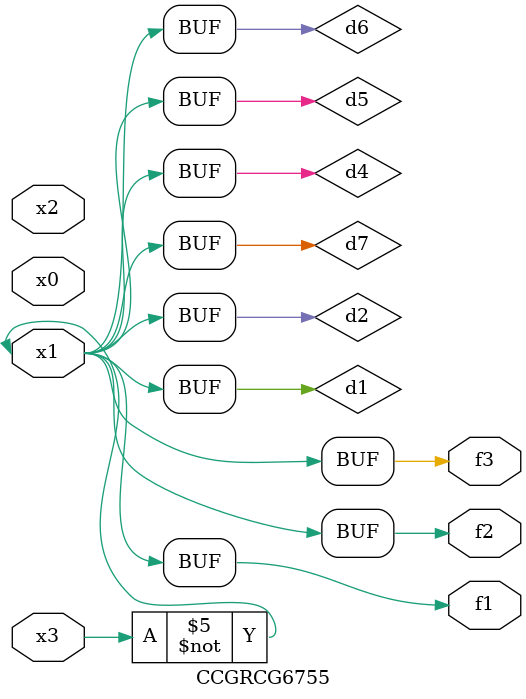
<source format=v>
module CCGRCG6755(
	input x0, x1, x2, x3,
	output f1, f2, f3
);

	wire d1, d2, d3, d4, d5, d6, d7;

	not (d1, x3);
	buf (d2, x1);
	xnor (d3, d1, d2);
	nor (d4, d1);
	buf (d5, d1, d2);
	buf (d6, d4, d5);
	nand (d7, d4);
	assign f1 = d6;
	assign f2 = d7;
	assign f3 = d6;
endmodule

</source>
